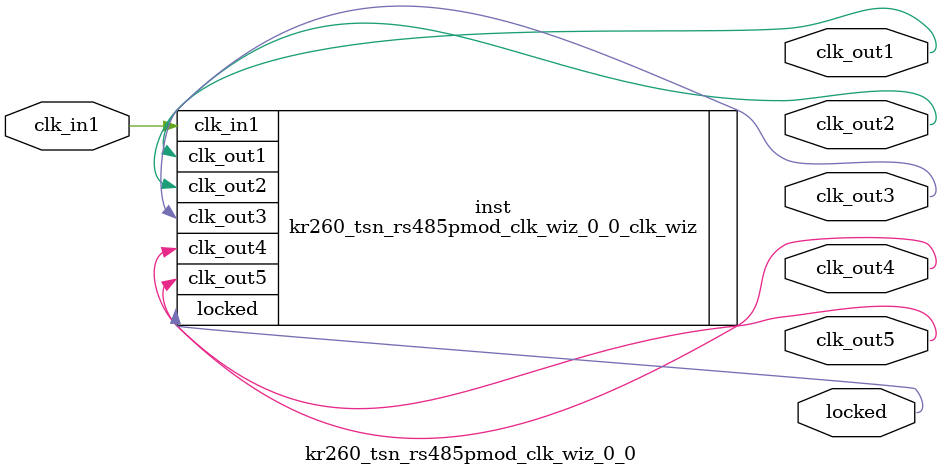
<source format=v>


`timescale 1ps/1ps

(* CORE_GENERATION_INFO = "kr260_tsn_rs485pmod_clk_wiz_0_0,clk_wiz_v6_0_13_0_0,{component_name=kr260_tsn_rs485pmod_clk_wiz_0_0,use_phase_alignment=false,use_min_o_jitter=false,use_max_i_jitter=false,use_dyn_phase_shift=false,use_inclk_switchover=false,use_dyn_reconfig=false,enable_axi=0,feedback_source=FDBK_AUTO,PRIMITIVE=MMCM,num_out_clk=5,clkin1_period=40.000,clkin2_period=10.0,use_power_down=false,use_reset=false,use_locked=true,use_inclk_stopped=false,feedback_type=SINGLE,CLOCK_MGR_TYPE=NA,manual_override=false}" *)

module kr260_tsn_rs485pmod_clk_wiz_0_0 
 (
  // Clock out ports
  output        clk_out1,
  output        clk_out2,
  output        clk_out3,
  output        clk_out4,
  output        clk_out5,
  // Status and control signals
  output        locked,
 // Clock in ports
  input         clk_in1
 );

  kr260_tsn_rs485pmod_clk_wiz_0_0_clk_wiz inst
  (
  // Clock out ports  
  .clk_out1(clk_out1),
  .clk_out2(clk_out2),
  .clk_out3(clk_out3),
  .clk_out4(clk_out4),
  .clk_out5(clk_out5),
  // Status and control signals               
  .locked(locked),
 // Clock in ports
  .clk_in1(clk_in1)
  );

endmodule

</source>
